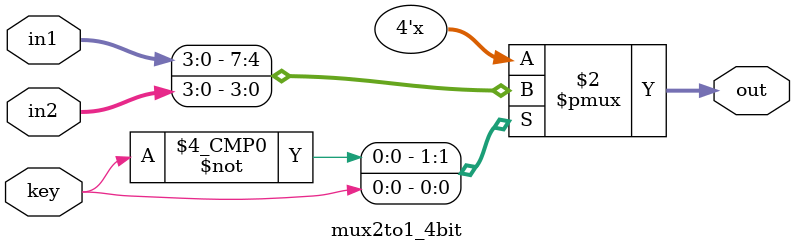
<source format=v>
`timescale 1ns / 1ps

module mux2to1_4bit
	(
		input [3:0] in1, in2,
		input key,
		output reg [3:0] out 
	);
	
	always @(in1, in2, key)
		case(key)
			1'b0: out <= in1;
			1'b1: out <= in2;
			default: out <= 1'bx;
		endcase

endmodule

</source>
